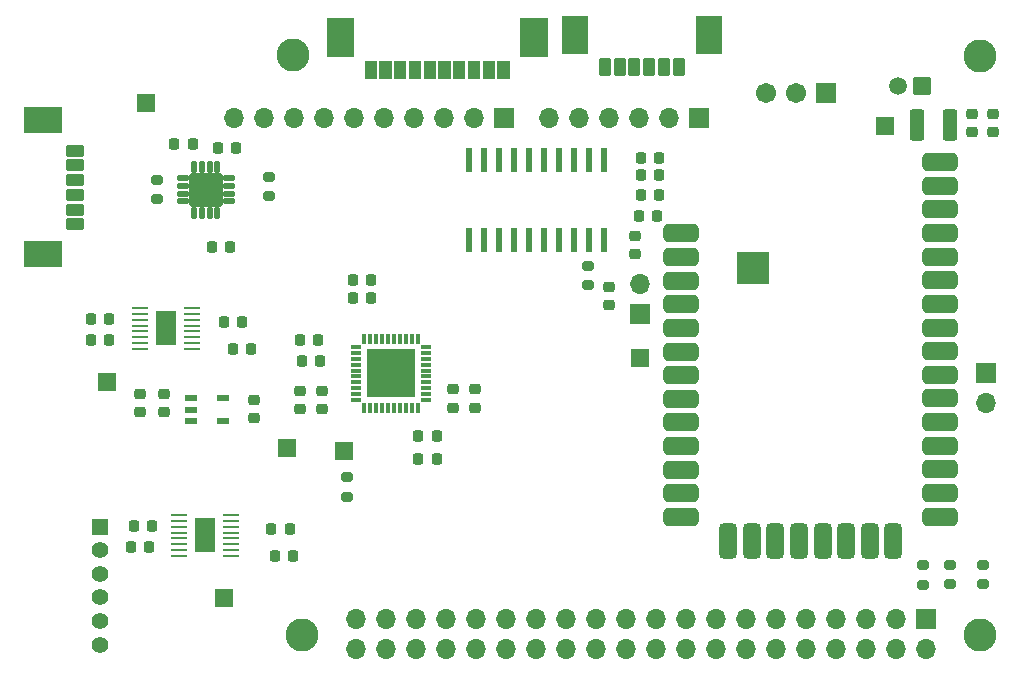
<source format=gts>
%TF.GenerationSoftware,KiCad,Pcbnew,7.0.7*%
%TF.CreationDate,2024-08-03T11:40:47-04:00*%
%TF.ProjectId,mainbox1.0,6d61696e-626f-4783-912e-302e6b696361,rev?*%
%TF.SameCoordinates,Original*%
%TF.FileFunction,Soldermask,Top*%
%TF.FilePolarity,Negative*%
%FSLAX46Y46*%
G04 Gerber Fmt 4.6, Leading zero omitted, Abs format (unit mm)*
G04 Created by KiCad (PCBNEW 7.0.7) date 2024-08-03 11:40:47*
%MOMM*%
%LPD*%
G01*
G04 APERTURE LIST*
G04 Aperture macros list*
%AMRoundRect*
0 Rectangle with rounded corners*
0 $1 Rounding radius*
0 $2 $3 $4 $5 $6 $7 $8 $9 X,Y pos of 4 corners*
0 Add a 4 corners polygon primitive as box body*
4,1,4,$2,$3,$4,$5,$6,$7,$8,$9,$2,$3,0*
0 Add four circle primitives for the rounded corners*
1,1,$1+$1,$2,$3*
1,1,$1+$1,$4,$5*
1,1,$1+$1,$6,$7*
1,1,$1+$1,$8,$9*
0 Add four rect primitives between the rounded corners*
20,1,$1+$1,$2,$3,$4,$5,0*
20,1,$1+$1,$4,$5,$6,$7,0*
20,1,$1+$1,$6,$7,$8,$9,0*
20,1,$1+$1,$8,$9,$2,$3,0*%
G04 Aperture macros list end*
%ADD10C,0.010000*%
%ADD11C,2.800000*%
%ADD12RoundRect,0.100000X-1.295000X-1.295000X1.295000X-1.295000X1.295000X1.295000X-1.295000X1.295000X0*%
%ADD13RoundRect,0.380000X-1.120000X-0.380000X1.120000X-0.380000X1.120000X0.380000X-1.120000X0.380000X0*%
%ADD14RoundRect,0.380000X0.380000X-1.120000X0.380000X1.120000X-0.380000X1.120000X-0.380000X-1.120000X0*%
%ADD15O,1.700000X1.700000*%
%ADD16R,1.700000X1.700000*%
%ADD17R,1.500000X1.500000*%
%ADD18RoundRect,0.225000X-0.225000X-0.250000X0.225000X-0.250000X0.225000X0.250000X-0.225000X0.250000X0*%
%ADD19RoundRect,0.142000X0.380000X0.120000X-0.380000X0.120000X-0.380000X-0.120000X0.380000X-0.120000X0*%
%ADD20RoundRect,0.142000X0.120000X0.380000X-0.120000X0.380000X-0.120000X-0.380000X0.120000X-0.380000X0*%
%ADD21RoundRect,0.102000X1.300000X1.300000X-1.300000X1.300000X-1.300000X-1.300000X1.300000X-1.300000X0*%
%ADD22RoundRect,0.200000X0.275000X-0.200000X0.275000X0.200000X-0.275000X0.200000X-0.275000X-0.200000X0*%
%ADD23RoundRect,0.250000X-0.375000X-1.075000X0.375000X-1.075000X0.375000X1.075000X-0.375000X1.075000X0*%
%ADD24R,1.003300X0.508000*%
%ADD25RoundRect,0.225000X0.225000X0.250000X-0.225000X0.250000X-0.225000X-0.250000X0.225000X-0.250000X0*%
%ADD26RoundRect,0.225000X0.250000X-0.225000X0.250000X0.225000X-0.250000X0.225000X-0.250000X-0.225000X0*%
%ADD27R,1.397000X0.279400*%
%ADD28R,1.651000X2.844800*%
%ADD29RoundRect,0.218750X-0.256250X0.218750X-0.256250X-0.218750X0.256250X-0.218750X0.256250X0.218750X0*%
%ADD30RoundRect,0.225000X-0.250000X0.225000X-0.250000X-0.225000X0.250000X-0.225000X0.250000X0.225000X0*%
%ADD31RoundRect,0.102000X0.654000X0.654000X-0.654000X0.654000X-0.654000X-0.654000X0.654000X-0.654000X0*%
%ADD32C,1.512000*%
%ADD33R,0.850000X0.300000*%
%ADD34R,0.300000X0.850000*%
%ADD35R,4.050000X4.050000*%
%ADD36RoundRect,0.102000X0.754000X0.754000X-0.754000X0.754000X-0.754000X-0.754000X0.754000X-0.754000X0*%
%ADD37C,1.712000*%
%ADD38R,0.558800X2.159000*%
%ADD39RoundRect,0.200000X-0.275000X0.200000X-0.275000X-0.200000X0.275000X-0.200000X0.275000X0.200000X0*%
%ADD40RoundRect,0.102000X-0.600000X0.600000X-0.600000X-0.600000X0.600000X-0.600000X0.600000X0.600000X0*%
%ADD41C,1.404000*%
%ADD42RoundRect,0.076200X1.050000X1.500000X-1.050000X1.500000X-1.050000X-1.500000X1.050000X-1.500000X0*%
%ADD43RoundRect,0.076200X0.400000X0.650000X-0.400000X0.650000X-0.400000X-0.650000X0.400000X-0.650000X0*%
%ADD44RoundRect,0.076200X-1.500000X1.050000X-1.500000X-1.050000X1.500000X-1.050000X1.500000X1.050000X0*%
%ADD45RoundRect,0.076200X-0.650000X0.400000X-0.650000X-0.400000X0.650000X-0.400000X0.650000X0.400000X0*%
G04 APERTURE END LIST*
%TO.C,J3*%
D10*
X131221200Y-53154200D02*
X128968800Y-53154200D01*
X128968800Y-50001800D01*
X131221200Y-50001800D01*
X131221200Y-53154200D01*
G36*
X131221200Y-53154200D02*
G01*
X128968800Y-53154200D01*
X128968800Y-50001800D01*
X131221200Y-50001800D01*
X131221200Y-53154200D01*
G37*
X128021200Y-55054200D02*
X127068800Y-55054200D01*
X127068800Y-53601800D01*
X128021200Y-53601800D01*
X128021200Y-55054200D01*
G36*
X128021200Y-55054200D02*
G01*
X127068800Y-55054200D01*
X127068800Y-53601800D01*
X128021200Y-53601800D01*
X128021200Y-55054200D01*
G37*
X126771200Y-55054200D02*
X125818800Y-55054200D01*
X125818800Y-53601800D01*
X126771200Y-53601800D01*
X126771200Y-55054200D01*
G36*
X126771200Y-55054200D02*
G01*
X125818800Y-55054200D01*
X125818800Y-53601800D01*
X126771200Y-53601800D01*
X126771200Y-55054200D01*
G37*
X125521200Y-55054200D02*
X124568800Y-55054200D01*
X124568800Y-53601800D01*
X125521200Y-53601800D01*
X125521200Y-55054200D01*
G36*
X125521200Y-55054200D02*
G01*
X124568800Y-55054200D01*
X124568800Y-53601800D01*
X125521200Y-53601800D01*
X125521200Y-55054200D01*
G37*
X124271200Y-55054200D02*
X123318800Y-55054200D01*
X123318800Y-53601800D01*
X124271200Y-53601800D01*
X124271200Y-55054200D01*
G36*
X124271200Y-55054200D02*
G01*
X123318800Y-55054200D01*
X123318800Y-53601800D01*
X124271200Y-53601800D01*
X124271200Y-55054200D01*
G37*
X123021200Y-55054200D02*
X122068800Y-55054200D01*
X122068800Y-53601800D01*
X123021200Y-53601800D01*
X123021200Y-55054200D01*
G36*
X123021200Y-55054200D02*
G01*
X122068800Y-55054200D01*
X122068800Y-53601800D01*
X123021200Y-53601800D01*
X123021200Y-55054200D01*
G37*
X121771200Y-55054200D02*
X120818800Y-55054200D01*
X120818800Y-53601800D01*
X121771200Y-53601800D01*
X121771200Y-55054200D01*
G36*
X121771200Y-55054200D02*
G01*
X120818800Y-55054200D01*
X120818800Y-53601800D01*
X121771200Y-53601800D01*
X121771200Y-55054200D01*
G37*
X120521200Y-55054200D02*
X119568800Y-55054200D01*
X119568800Y-53601800D01*
X120521200Y-53601800D01*
X120521200Y-55054200D01*
G36*
X120521200Y-55054200D02*
G01*
X119568800Y-55054200D01*
X119568800Y-53601800D01*
X120521200Y-53601800D01*
X120521200Y-55054200D01*
G37*
X119271200Y-55054200D02*
X118318800Y-55054200D01*
X118318800Y-53601800D01*
X119271200Y-53601800D01*
X119271200Y-55054200D01*
G36*
X119271200Y-55054200D02*
G01*
X118318800Y-55054200D01*
X118318800Y-53601800D01*
X119271200Y-53601800D01*
X119271200Y-55054200D01*
G37*
X118021200Y-55054200D02*
X117068800Y-55054200D01*
X117068800Y-53601800D01*
X118021200Y-53601800D01*
X118021200Y-55054200D01*
G36*
X118021200Y-55054200D02*
G01*
X117068800Y-55054200D01*
X117068800Y-53601800D01*
X118021200Y-53601800D01*
X118021200Y-55054200D01*
G37*
X116771200Y-55054200D02*
X115818800Y-55054200D01*
X115818800Y-53601800D01*
X116771200Y-53601800D01*
X116771200Y-55054200D01*
G36*
X116771200Y-55054200D02*
G01*
X115818800Y-55054200D01*
X115818800Y-53601800D01*
X116771200Y-53601800D01*
X116771200Y-55054200D01*
G37*
X114871200Y-53154200D02*
X112618800Y-53154200D01*
X112618800Y-50001800D01*
X114871200Y-50001800D01*
X114871200Y-53154200D01*
G36*
X114871200Y-53154200D02*
G01*
X112618800Y-53154200D01*
X112618800Y-50001800D01*
X114871200Y-50001800D01*
X114871200Y-53154200D01*
G37*
%TD*%
D11*
%TO.C,H4*%
X167894000Y-53217000D03*
%TD*%
D12*
%TO.C,IC2*%
X148690000Y-71170000D03*
D13*
X164495000Y-62175000D03*
X164495000Y-64175000D03*
X164495000Y-66175000D03*
X164495000Y-68175000D03*
X164495000Y-70175000D03*
X164495000Y-72175000D03*
X164495000Y-74175000D03*
X164495000Y-76175000D03*
X164495000Y-78175000D03*
X164495000Y-80175000D03*
X164495000Y-82175000D03*
X164495000Y-84175000D03*
X164495000Y-86175000D03*
X164495000Y-88175000D03*
X164495000Y-90175000D03*
X164495000Y-92175000D03*
D14*
X160595000Y-94285000D03*
X158595000Y-94285000D03*
X156595000Y-94285000D03*
X154595000Y-94285000D03*
X152595000Y-94285000D03*
X150595000Y-94285000D03*
X148595000Y-94285000D03*
X146595000Y-94285000D03*
D13*
X142635000Y-92205000D03*
X142635000Y-90205000D03*
X142635000Y-88205000D03*
X142635000Y-86205000D03*
X142635000Y-84205000D03*
X142635000Y-82205000D03*
X142635000Y-80205000D03*
X142635000Y-78205000D03*
X142635000Y-76205000D03*
X142635000Y-74205000D03*
X142635000Y-72205000D03*
X142635000Y-70205000D03*
X142635000Y-68205000D03*
%TD*%
D11*
%TO.C,H3*%
X109728000Y-53090000D03*
%TD*%
%TO.C,H2*%
X110490000Y-102235000D03*
%TD*%
%TO.C,H1*%
X167894000Y-102239000D03*
%TD*%
D15*
%TO.C,J9*%
X131445000Y-58420000D03*
X133985000Y-58420000D03*
X136525000Y-58420000D03*
X139065000Y-58420000D03*
X141605000Y-58420000D03*
D16*
X144145000Y-58420000D03*
%TD*%
D15*
%TO.C,J8*%
X104775000Y-58420000D03*
X107315000Y-58420000D03*
X109855000Y-58420000D03*
X112395000Y-58420000D03*
X114935000Y-58420000D03*
X117475000Y-58420000D03*
X120015000Y-58420000D03*
X122555000Y-58420000D03*
X125095000Y-58420000D03*
D16*
X127635000Y-58420000D03*
%TD*%
D17*
%TO.C,TP16*%
X159867600Y-59131200D03*
%TD*%
D18*
%TO.C,C18*%
X96253000Y-92964000D03*
X97803000Y-92964000D03*
%TD*%
D19*
%TO.C,U5*%
X104307000Y-65491000D03*
X104307000Y-64841000D03*
X104307000Y-64191000D03*
X104307000Y-63541000D03*
D20*
X103337000Y-62571000D03*
X102687000Y-62571000D03*
X102037000Y-62571000D03*
X101387000Y-62571000D03*
D19*
X100417000Y-63541000D03*
X100417000Y-64191000D03*
X100417000Y-64841000D03*
X100417000Y-65491000D03*
D20*
X101387000Y-66461000D03*
X102037000Y-66461000D03*
X102687000Y-66461000D03*
X103337000Y-66461000D03*
D21*
X102362000Y-64516000D03*
%TD*%
D22*
%TO.C,R2*%
X134747000Y-72580000D03*
X134747000Y-70930000D03*
%TD*%
D17*
%TO.C,TP13*%
X93980000Y-80772000D03*
%TD*%
D16*
%TO.C,J12*%
X163322000Y-100838000D03*
D15*
X163322000Y-103378000D03*
X160782000Y-100838000D03*
X160782000Y-103378000D03*
X158242000Y-100838000D03*
X158242000Y-103378000D03*
X155702000Y-100838000D03*
X155702000Y-103378000D03*
X153162000Y-100838000D03*
X153162000Y-103378000D03*
X150622000Y-100838000D03*
X150622000Y-103378000D03*
X148082000Y-100838000D03*
X148082000Y-103378000D03*
X145542000Y-100838000D03*
X145542000Y-103378000D03*
X143002000Y-100838000D03*
X143002000Y-103378000D03*
X140462000Y-100838000D03*
X140462000Y-103378000D03*
X137922000Y-100838000D03*
X137922000Y-103378000D03*
X135382000Y-100838000D03*
X135382000Y-103378000D03*
X132842000Y-100838000D03*
X132842000Y-103378000D03*
X130302000Y-100838000D03*
X130302000Y-103378000D03*
X127762000Y-100838000D03*
X127762000Y-103378000D03*
X125222000Y-100838000D03*
X125222000Y-103378000D03*
X122682000Y-100838000D03*
X122682000Y-103378000D03*
X120142000Y-100838000D03*
X120142000Y-103378000D03*
X117602000Y-100838000D03*
X117602000Y-103378000D03*
X115062000Y-100838000D03*
X115062000Y-103378000D03*
%TD*%
D23*
%TO.C,L1*%
X162604800Y-59004200D03*
X165404800Y-59004200D03*
%TD*%
D24*
%TO.C,U2*%
X101092000Y-82173998D03*
X101092000Y-83123999D03*
X101092000Y-84074000D03*
X103847900Y-84074000D03*
X103847900Y-82173998D03*
%TD*%
D18*
%TO.C,C15*%
X92646200Y-77266800D03*
X94196200Y-77266800D03*
%TD*%
%TO.C,C6*%
X114795000Y-73660000D03*
X116345000Y-73660000D03*
%TD*%
D22*
%TO.C,R1*%
X114300000Y-90487000D03*
X114300000Y-88837000D03*
%TD*%
D25*
%TO.C,C24*%
X101272000Y-60665000D03*
X99722000Y-60665000D03*
%TD*%
D18*
%TO.C,C17*%
X104635000Y-77978000D03*
X106185000Y-77978000D03*
%TD*%
D26*
%TO.C,C13*%
X98806000Y-83325000D03*
X98806000Y-81775000D03*
%TD*%
D17*
%TO.C,TP1*%
X114046000Y-86614000D03*
%TD*%
D22*
%TO.C,R8*%
X168148000Y-97916000D03*
X168148000Y-96266000D03*
%TD*%
D18*
%TO.C,C5*%
X114795000Y-72136000D03*
X116345000Y-72136000D03*
%TD*%
D27*
%TO.C,U4*%
X100126800Y-92026798D03*
X100126800Y-92526800D03*
X100126800Y-93026799D03*
X100126800Y-93526800D03*
X100126800Y-94026800D03*
X100126800Y-94526798D03*
X100126800Y-95026800D03*
X100126800Y-95526799D03*
X104495600Y-95526802D03*
X104495600Y-95026800D03*
X104495600Y-94526801D03*
X104495600Y-94026800D03*
X104495600Y-93526800D03*
X104495600Y-93026802D03*
X104495600Y-92526800D03*
X104495600Y-92026801D03*
D28*
X102311200Y-93776800D03*
%TD*%
D25*
%TO.C,C29*%
X140729000Y-63296800D03*
X139179000Y-63296800D03*
%TD*%
D29*
%TO.C,D1*%
X138709400Y-68402100D03*
X138709400Y-69977100D03*
%TD*%
D22*
%TO.C,R10*%
X165354000Y-97916000D03*
X165354000Y-96266000D03*
%TD*%
D30*
%TO.C,C26*%
X169037000Y-58102200D03*
X169037000Y-59652200D03*
%TD*%
D26*
%TO.C,C16*%
X106426000Y-83833000D03*
X106426000Y-82283000D03*
%TD*%
%TO.C,C2*%
X110344000Y-83071000D03*
X110344000Y-81521000D03*
%TD*%
%TO.C,C11*%
X136525000Y-74295000D03*
X136525000Y-72745000D03*
%TD*%
D18*
%TO.C,C14*%
X92659200Y-75488800D03*
X94209200Y-75488800D03*
%TD*%
D16*
%TO.C,J6*%
X168402000Y-80005000D03*
D15*
X168402000Y-82545000D03*
%TD*%
D25*
%TO.C,C28*%
X140754400Y-61798200D03*
X139204400Y-61798200D03*
%TD*%
D30*
%TO.C,C10*%
X125199200Y-81415800D03*
X125199200Y-82965800D03*
%TD*%
D17*
%TO.C,TP12*%
X109220000Y-86360000D03*
%TD*%
D18*
%TO.C,C19*%
X95999000Y-94742000D03*
X97549000Y-94742000D03*
%TD*%
%TO.C,C21*%
X108191000Y-95504000D03*
X109741000Y-95504000D03*
%TD*%
D30*
%TO.C,C27*%
X167233600Y-58076800D03*
X167233600Y-59626800D03*
%TD*%
D22*
%TO.C,R4*%
X98211000Y-65300000D03*
X98211000Y-63650000D03*
%TD*%
D25*
%TO.C,C22*%
X109474000Y-93218000D03*
X107924000Y-93218000D03*
%TD*%
D18*
%TO.C,C3*%
X110477000Y-78994000D03*
X112027000Y-78994000D03*
%TD*%
D31*
%TO.C,J5*%
X163001200Y-55755700D03*
D32*
X161001200Y-55755700D03*
%TD*%
D25*
%TO.C,C31*%
X140576600Y-66725800D03*
X139026600Y-66725800D03*
%TD*%
D17*
%TO.C,TP8*%
X97282000Y-57150000D03*
%TD*%
D33*
%TO.C,IC1*%
X115109200Y-77810800D03*
X115109200Y-78310800D03*
X115109200Y-78810800D03*
X115109200Y-79310800D03*
X115109200Y-79810800D03*
X115109200Y-80310800D03*
X115109200Y-80810800D03*
X115109200Y-81310800D03*
X115109200Y-81810800D03*
X115109200Y-82310800D03*
D34*
X115809200Y-83010800D03*
X116309200Y-83010800D03*
X116809200Y-83010800D03*
X117309200Y-83010800D03*
X117809200Y-83010800D03*
X118309200Y-83010800D03*
X118809200Y-83010800D03*
X119309200Y-83010800D03*
X119809200Y-83010800D03*
X120309200Y-83010800D03*
D33*
X121009200Y-82310800D03*
X121009200Y-81810800D03*
X121009200Y-81310800D03*
X121009200Y-80810800D03*
X121009200Y-80310800D03*
X121009200Y-79810800D03*
X121009200Y-79310800D03*
X121009200Y-78810800D03*
X121009200Y-78310800D03*
X121009200Y-77810800D03*
D34*
X120309200Y-77110800D03*
X119809200Y-77110800D03*
X119309200Y-77110800D03*
X118809200Y-77110800D03*
X118309200Y-77110800D03*
X117809200Y-77110800D03*
X117309200Y-77110800D03*
X116809200Y-77110800D03*
X116309200Y-77110800D03*
X115809200Y-77110800D03*
D35*
X118059200Y-80060800D03*
%TD*%
D30*
%TO.C,C9*%
X123294200Y-81415800D03*
X123294200Y-82965800D03*
%TD*%
D18*
%TO.C,C1*%
X110352000Y-77216000D03*
X111902000Y-77216000D03*
%TD*%
D36*
%TO.C,PS1*%
X154863800Y-56286400D03*
D37*
X152323800Y-56286400D03*
X149783800Y-56286400D03*
%TD*%
D18*
%TO.C,C25*%
X102857000Y-69342000D03*
X104407000Y-69342000D03*
%TD*%
D38*
%TO.C,U1*%
X136118600Y-62026800D03*
X134848600Y-62026800D03*
X133578600Y-62026800D03*
X132308600Y-62026800D03*
X131038600Y-62026800D03*
X129768600Y-62026800D03*
X128498600Y-62026800D03*
X127228600Y-62026800D03*
X125958600Y-62026800D03*
X124688600Y-62026800D03*
X124688600Y-68783200D03*
X125958600Y-68783200D03*
X127228600Y-68783200D03*
X128498600Y-68783200D03*
X129768600Y-68783200D03*
X131038600Y-68783200D03*
X132308600Y-68783200D03*
X133578600Y-68783200D03*
X134848600Y-68783200D03*
X136118600Y-68783200D03*
%TD*%
D25*
%TO.C,C20*%
X105423000Y-75742800D03*
X103873000Y-75742800D03*
%TD*%
D18*
%TO.C,C23*%
X103365000Y-60960000D03*
X104915000Y-60960000D03*
%TD*%
D27*
%TO.C,U3*%
X96824800Y-74500798D03*
X96824800Y-75000800D03*
X96824800Y-75500799D03*
X96824800Y-76000800D03*
X96824800Y-76500800D03*
X96824800Y-77000798D03*
X96824800Y-77500800D03*
X96824800Y-78000799D03*
X101193600Y-78000802D03*
X101193600Y-77500800D03*
X101193600Y-77000801D03*
X101193600Y-76500800D03*
X101193600Y-76000800D03*
X101193600Y-75500802D03*
X101193600Y-75000800D03*
X101193600Y-74500801D03*
D28*
X99009200Y-76250800D03*
%TD*%
D26*
%TO.C,C4*%
X112249000Y-83071000D03*
X112249000Y-81521000D03*
%TD*%
D39*
%TO.C,R3*%
X107696000Y-63396000D03*
X107696000Y-65046000D03*
%TD*%
D25*
%TO.C,C30*%
X140779800Y-64947800D03*
X139229800Y-64947800D03*
%TD*%
D26*
%TO.C,C12*%
X96774000Y-83325000D03*
X96774000Y-81775000D03*
%TD*%
D17*
%TO.C,TP11*%
X103886000Y-99060000D03*
%TD*%
%TO.C,TP3*%
X139141200Y-78765400D03*
%TD*%
D40*
%TO.C,J7*%
X93382000Y-93023500D03*
D41*
X93382000Y-95023500D03*
X93382000Y-97023500D03*
X93382000Y-99023500D03*
X93382000Y-101023500D03*
X93382000Y-103023500D03*
%TD*%
D16*
%TO.C,J4*%
X139115800Y-75057000D03*
D15*
X139115800Y-72517000D03*
%TD*%
D25*
%TO.C,C7*%
X121910200Y-85365800D03*
X120360200Y-85365800D03*
%TD*%
D39*
%TO.C,R9*%
X163068000Y-96304600D03*
X163068000Y-97954600D03*
%TD*%
D25*
%TO.C,C8*%
X121910200Y-87270800D03*
X120360200Y-87270800D03*
%TD*%
D42*
%TO.C,J2*%
X133618600Y-51390100D03*
X144968600Y-51390100D03*
D43*
X136168600Y-54140100D03*
X137418600Y-54140100D03*
X138668600Y-54140100D03*
X139918600Y-54140100D03*
X141168600Y-54140100D03*
X142418600Y-54140100D03*
%TD*%
D44*
%TO.C,J1*%
X88588400Y-69983200D03*
X88588400Y-58633200D03*
D45*
X91338400Y-67433200D03*
X91338400Y-66183200D03*
X91338400Y-64933200D03*
X91338400Y-63683200D03*
X91338400Y-62433200D03*
X91338400Y-61183200D03*
%TD*%
M02*

</source>
